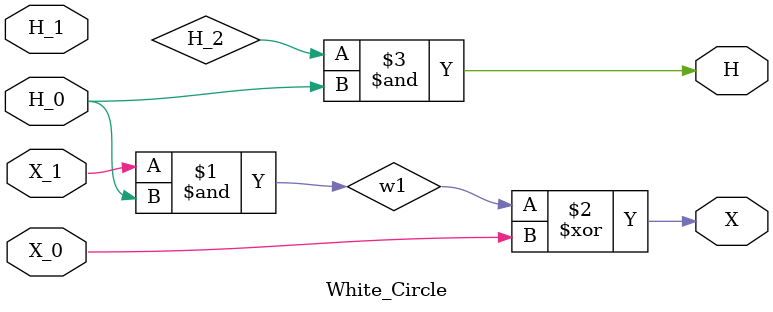
<source format=v>
module White_Circle (
    output X,H,
    input  X_0,H_0,X_1,H_1
);

wire w1;
and WC1 (w1,X_1,H_0);
xor WC2 (X,w1,X_0);
and WC3 (H,H_2,H_0);

endmodule
</source>
